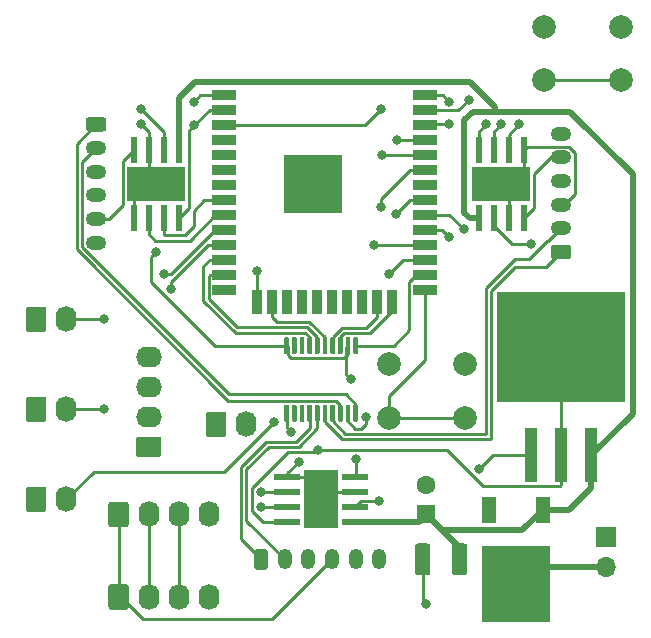
<source format=gbr>
%TF.GenerationSoftware,KiCad,Pcbnew,5.1.9+dfsg1-1*%
%TF.CreationDate,2021-08-08T23:21:56+02:00*%
%TF.ProjectId,holobot_esp32,686f6c6f-626f-4745-9f65-737033322e6b,rev?*%
%TF.SameCoordinates,Original*%
%TF.FileFunction,Copper,L1,Top*%
%TF.FilePolarity,Positive*%
%FSLAX46Y46*%
G04 Gerber Fmt 4.6, Leading zero omitted, Abs format (unit mm)*
G04 Created by KiCad (PCBNEW 5.1.9+dfsg1-1) date 2021-08-08 23:21:56*
%MOMM*%
%LPD*%
G01*
G04 APERTURE LIST*
%TA.AperFunction,SMDPad,CuDef*%
%ADD10R,1.200000X2.200000*%
%TD*%
%TA.AperFunction,SMDPad,CuDef*%
%ADD11R,5.800000X6.400000*%
%TD*%
%TA.AperFunction,ComponentPad*%
%ADD12O,1.740000X2.190000*%
%TD*%
%TA.AperFunction,ComponentPad*%
%ADD13O,2.190000X1.740000*%
%TD*%
%TA.AperFunction,ComponentPad*%
%ADD14R,1.700000X1.700000*%
%TD*%
%TA.AperFunction,ComponentPad*%
%ADD15O,1.700000X1.700000*%
%TD*%
%TA.AperFunction,ComponentPad*%
%ADD16O,1.750000X1.200000*%
%TD*%
%TA.AperFunction,ComponentPad*%
%ADD17O,1.200000X1.750000*%
%TD*%
%TA.AperFunction,ComponentPad*%
%ADD18C,2.000000*%
%TD*%
%TA.AperFunction,SMDPad,CuDef*%
%ADD19R,5.000000X5.000000*%
%TD*%
%TA.AperFunction,SMDPad,CuDef*%
%ADD20R,2.000000X0.900000*%
%TD*%
%TA.AperFunction,SMDPad,CuDef*%
%ADD21R,0.900000X2.000000*%
%TD*%
%TA.AperFunction,SMDPad,CuDef*%
%ADD22R,1.100000X4.600000*%
%TD*%
%TA.AperFunction,SMDPad,CuDef*%
%ADD23R,10.800000X9.400000*%
%TD*%
%TA.AperFunction,SMDPad,CuDef*%
%ADD24R,0.500000X2.200000*%
%TD*%
%TA.AperFunction,SMDPad,CuDef*%
%ADD25R,4.900000X2.950000*%
%TD*%
%TA.AperFunction,ComponentPad*%
%ADD26C,0.630000*%
%TD*%
%TA.AperFunction,SMDPad,CuDef*%
%ADD27R,2.200000X0.500000*%
%TD*%
%TA.AperFunction,SMDPad,CuDef*%
%ADD28R,2.950000X4.900000*%
%TD*%
%TA.AperFunction,ComponentPad*%
%ADD29R,1.600000X1.600000*%
%TD*%
%TA.AperFunction,ComponentPad*%
%ADD30C,1.600000*%
%TD*%
%TA.AperFunction,ViaPad*%
%ADD31C,0.800000*%
%TD*%
%TA.AperFunction,Conductor*%
%ADD32C,0.500000*%
%TD*%
%TA.AperFunction,Conductor*%
%ADD33C,0.250000*%
%TD*%
G04 APERTURE END LIST*
D10*
%TO.P,D1,1*%
%TO.N,+12V*%
X133090000Y-113910000D03*
%TO.P,D1,3*%
%TO.N,N/C*%
X128530000Y-113910000D03*
D11*
%TO.P,D1,2*%
%TO.N,Net-(D1-Pad2)*%
X130810000Y-120210000D03*
%TD*%
D12*
%TO.P,I2C,4*%
%TO.N,GND*%
X104775000Y-121285000D03*
%TO.P,I2C,3*%
%TO.N,/I2C_SCL*%
X102235000Y-121285000D03*
%TO.P,I2C,2*%
%TO.N,/I2C_SDA*%
X99695000Y-121285000D03*
%TO.P,I2C,1*%
%TO.N,+5V*%
%TA.AperFunction,ComponentPad*%
G36*
G01*
X96285000Y-122130001D02*
X96285000Y-120439999D01*
G75*
G02*
X96534999Y-120190000I249999J0D01*
G01*
X97775001Y-120190000D01*
G75*
G02*
X98025000Y-120439999I0J-249999D01*
G01*
X98025000Y-122130001D01*
G75*
G02*
X97775001Y-122380000I-249999J0D01*
G01*
X96534999Y-122380000D01*
G75*
G02*
X96285000Y-122130001I0J249999D01*
G01*
G37*
%TD.AperFunction*%
%TD*%
%TO.P,I2C,1*%
%TO.N,+5V*%
%TA.AperFunction,ComponentPad*%
G36*
G01*
X96285000Y-115145001D02*
X96285000Y-113454999D01*
G75*
G02*
X96534999Y-113205000I249999J0D01*
G01*
X97775001Y-113205000D01*
G75*
G02*
X98025000Y-113454999I0J-249999D01*
G01*
X98025000Y-115145001D01*
G75*
G02*
X97775001Y-115395000I-249999J0D01*
G01*
X96534999Y-115395000D01*
G75*
G02*
X96285000Y-115145001I0J249999D01*
G01*
G37*
%TD.AperFunction*%
%TO.P,I2C,2*%
%TO.N,/I2C_SDA*%
X99695000Y-114300000D03*
%TO.P,I2C,3*%
%TO.N,/I2C_SCL*%
X102235000Y-114300000D03*
%TO.P,I2C,4*%
%TO.N,GND*%
X104775000Y-114300000D03*
%TD*%
%TO.P,UART,1*%
%TO.N,Net-(J3-Pad1)*%
%TA.AperFunction,ComponentPad*%
G36*
G01*
X100540001Y-109455000D02*
X98849999Y-109455000D01*
G75*
G02*
X98600000Y-109205001I0J249999D01*
G01*
X98600000Y-107964999D01*
G75*
G02*
X98849999Y-107715000I249999J0D01*
G01*
X100540001Y-107715000D01*
G75*
G02*
X100790000Y-107964999I0J-249999D01*
G01*
X100790000Y-109205001D01*
G75*
G02*
X100540001Y-109455000I-249999J0D01*
G01*
G37*
%TD.AperFunction*%
D13*
%TO.P,UART,2*%
%TO.N,/UART_TX*%
X99695000Y-106045000D03*
%TO.P,UART,3*%
%TO.N,/UART_RX*%
X99695000Y-103505000D03*
%TO.P,UART,4*%
%TO.N,GND*%
X99695000Y-100965000D03*
%TD*%
D12*
%TO.P,GPIO1,2*%
%TO.N,/GPIO1*%
X92710000Y-97790000D03*
%TO.P,GPIO1,1*%
%TO.N,GND*%
%TA.AperFunction,ComponentPad*%
G36*
G01*
X89300000Y-98635001D02*
X89300000Y-96944999D01*
G75*
G02*
X89549999Y-96695000I249999J0D01*
G01*
X90790001Y-96695000D01*
G75*
G02*
X91040000Y-96944999I0J-249999D01*
G01*
X91040000Y-98635001D01*
G75*
G02*
X90790001Y-98885000I-249999J0D01*
G01*
X89549999Y-98885000D01*
G75*
G02*
X89300000Y-98635001I0J249999D01*
G01*
G37*
%TD.AperFunction*%
%TD*%
%TO.P,GPIO3,2*%
%TO.N,/GPIO3*%
X92710000Y-113030000D03*
%TO.P,GPIO3,1*%
%TO.N,GND*%
%TA.AperFunction,ComponentPad*%
G36*
G01*
X89300000Y-113875001D02*
X89300000Y-112184999D01*
G75*
G02*
X89549999Y-111935000I249999J0D01*
G01*
X90790001Y-111935000D01*
G75*
G02*
X91040000Y-112184999I0J-249999D01*
G01*
X91040000Y-113875001D01*
G75*
G02*
X90790001Y-114125000I-249999J0D01*
G01*
X89549999Y-114125000D01*
G75*
G02*
X89300000Y-113875001I0J249999D01*
G01*
G37*
%TD.AperFunction*%
%TD*%
D14*
%TO.P,POWER,1*%
%TO.N,GND*%
X138430000Y-116205000D03*
D15*
%TO.P,POWER,2*%
%TO.N,Net-(D1-Pad2)*%
X138430000Y-118745000D03*
%TD*%
%TO.P,GPIO2,1*%
%TO.N,GND*%
%TA.AperFunction,ComponentPad*%
G36*
G01*
X89300000Y-106255001D02*
X89300000Y-104564999D01*
G75*
G02*
X89549999Y-104315000I249999J0D01*
G01*
X90790001Y-104315000D01*
G75*
G02*
X91040000Y-104564999I0J-249999D01*
G01*
X91040000Y-106255001D01*
G75*
G02*
X90790001Y-106505000I-249999J0D01*
G01*
X89549999Y-106505000D01*
G75*
G02*
X89300000Y-106255001I0J249999D01*
G01*
G37*
%TD.AperFunction*%
D12*
%TO.P,GPIO2,2*%
%TO.N,/GPIO2*%
X92710000Y-105410000D03*
%TD*%
%TO.P,GPIO 4,1*%
%TO.N,GND*%
%TA.AperFunction,ComponentPad*%
G36*
G01*
X104540000Y-107525001D02*
X104540000Y-105834999D01*
G75*
G02*
X104789999Y-105585000I249999J0D01*
G01*
X106030001Y-105585000D01*
G75*
G02*
X106280000Y-105834999I0J-249999D01*
G01*
X106280000Y-107525001D01*
G75*
G02*
X106030001Y-107775000I-249999J0D01*
G01*
X104789999Y-107775000D01*
G75*
G02*
X104540000Y-107525001I0J249999D01*
G01*
G37*
%TD.AperFunction*%
%TO.P,GPIO 4,2*%
%TO.N,/GPIO4*%
X107950000Y-106680000D03*
%TD*%
%TO.P,MOTOR 1,1*%
%TO.N,Net-(J9-Pad1)*%
%TA.AperFunction,ComponentPad*%
G36*
G01*
X94624999Y-80680000D02*
X95875001Y-80680000D01*
G75*
G02*
X96125000Y-80929999I0J-249999D01*
G01*
X96125000Y-81630001D01*
G75*
G02*
X95875001Y-81880000I-249999J0D01*
G01*
X94624999Y-81880000D01*
G75*
G02*
X94375000Y-81630001I0J249999D01*
G01*
X94375000Y-80929999D01*
G75*
G02*
X94624999Y-80680000I249999J0D01*
G01*
G37*
%TD.AperFunction*%
D16*
%TO.P,MOTOR 1,2*%
%TO.N,Net-(J9-Pad2)*%
X95250000Y-83280000D03*
%TO.P,MOTOR 1,3*%
%TO.N,GND*%
X95250000Y-85280000D03*
%TO.P,MOTOR 1,4*%
%TO.N,+5V*%
X95250000Y-87280000D03*
%TO.P,MOTOR 1,5*%
%TO.N,Net-(J9-Pad5)*%
X95250000Y-89280000D03*
%TO.P,MOTOR 1,6*%
%TO.N,Net-(J9-Pad6)*%
X95250000Y-91280000D03*
%TD*%
%TO.P,MOTOR 3,6*%
%TO.N,Net-(J10-Pad6)*%
X134620000Y-82075000D03*
%TO.P,MOTOR 3,5*%
%TO.N,Net-(J10-Pad5)*%
X134620000Y-84075000D03*
%TO.P,MOTOR 3,4*%
%TO.N,+5V*%
X134620000Y-86075000D03*
%TO.P,MOTOR 3,3*%
%TO.N,GND*%
X134620000Y-88075000D03*
%TO.P,MOTOR 3,2*%
%TO.N,Net-(J10-Pad2)*%
X134620000Y-90075000D03*
%TO.P,MOTOR 3,1*%
%TO.N,Net-(J10-Pad1)*%
%TA.AperFunction,ComponentPad*%
G36*
G01*
X135245001Y-92675000D02*
X133994999Y-92675000D01*
G75*
G02*
X133745000Y-92425001I0J249999D01*
G01*
X133745000Y-91724999D01*
G75*
G02*
X133994999Y-91475000I249999J0D01*
G01*
X135245001Y-91475000D01*
G75*
G02*
X135495000Y-91724999I0J-249999D01*
G01*
X135495000Y-92425001D01*
G75*
G02*
X135245001Y-92675000I-249999J0D01*
G01*
G37*
%TD.AperFunction*%
%TD*%
%TO.P,MOTOR2,1*%
%TO.N,Net-(J11-Pad1)*%
%TA.AperFunction,ComponentPad*%
G36*
G01*
X108620000Y-118735001D02*
X108620000Y-117484999D01*
G75*
G02*
X108869999Y-117235000I249999J0D01*
G01*
X109570001Y-117235000D01*
G75*
G02*
X109820000Y-117484999I0J-249999D01*
G01*
X109820000Y-118735001D01*
G75*
G02*
X109570001Y-118985000I-249999J0D01*
G01*
X108869999Y-118985000D01*
G75*
G02*
X108620000Y-118735001I0J249999D01*
G01*
G37*
%TD.AperFunction*%
D17*
%TO.P,MOTOR2,2*%
%TO.N,Net-(J11-Pad2)*%
X111220000Y-118110000D03*
%TO.P,MOTOR2,3*%
%TO.N,GND*%
X113220000Y-118110000D03*
%TO.P,MOTOR2,4*%
%TO.N,+5V*%
X115220000Y-118110000D03*
%TO.P,MOTOR2,5*%
%TO.N,Net-(J11-Pad5)*%
X117220000Y-118110000D03*
%TO.P,MOTOR2,6*%
%TO.N,Net-(J11-Pad6)*%
X119220000Y-118110000D03*
%TD*%
D18*
%TO.P,RESET,1*%
%TO.N,GND*%
X139700000Y-73025000D03*
%TO.P,RESET,2*%
%TO.N,Net-(R1-Pad2)*%
X139700000Y-77525000D03*
%TO.P,RESET,1*%
%TO.N,GND*%
X133200000Y-73025000D03*
%TO.P,RESET,2*%
%TO.N,Net-(R1-Pad2)*%
X133200000Y-77525000D03*
%TD*%
%TO.P,BOOT,2*%
%TO.N,Net-(SW2-Pad2)*%
X120015000Y-106100000D03*
%TO.P,BOOT,1*%
%TO.N,GND*%
X120015000Y-101600000D03*
%TO.P,BOOT,2*%
%TO.N,Net-(SW2-Pad2)*%
X126515000Y-106100000D03*
%TO.P,BOOT,1*%
%TO.N,GND*%
X126515000Y-101600000D03*
%TD*%
D19*
%TO.P,U1,39*%
%TO.N,GND*%
X113605001Y-86310001D03*
D20*
%TO.P,U1,1*%
X106105001Y-78810001D03*
%TO.P,U1,2*%
%TO.N,+3V3*%
X106105001Y-80080001D03*
%TO.P,U1,3*%
%TO.N,Net-(R1-Pad2)*%
X106105001Y-81350001D03*
%TO.P,U1,4*%
%TO.N,Net-(U1-Pad4)*%
X106105001Y-82620001D03*
%TO.P,U1,5*%
%TO.N,Net-(U1-Pad5)*%
X106105001Y-83890001D03*
%TO.P,U1,6*%
%TO.N,Net-(U1-Pad6)*%
X106105001Y-85160001D03*
%TO.P,U1,7*%
%TO.N,Net-(U1-Pad7)*%
X106105001Y-86430001D03*
%TO.P,U1,8*%
%TO.N,/DRV1A*%
X106105001Y-87700001D03*
%TO.P,U1,9*%
%TO.N,/DRV1B*%
X106105001Y-88970001D03*
%TO.P,U1,10*%
%TO.N,/GPIO1*%
X106105001Y-90240001D03*
%TO.P,U1,11*%
%TO.N,/GPIO2*%
X106105001Y-91510001D03*
%TO.P,U1,12*%
%TO.N,/SENSE3B*%
X106105001Y-92780001D03*
%TO.P,U1,13*%
%TO.N,/SENSE3A*%
X106105001Y-94050001D03*
%TO.P,U1,14*%
%TO.N,Net-(U1-Pad14)*%
X106105001Y-95320001D03*
D21*
%TO.P,U1,15*%
%TO.N,GND*%
X108890001Y-96320001D03*
%TO.P,U1,16*%
%TO.N,/SENSE2B*%
X110160001Y-96320001D03*
%TO.P,U1,17*%
%TO.N,Net-(U1-Pad17)*%
X111430001Y-96320001D03*
%TO.P,U1,18*%
%TO.N,Net-(U1-Pad18)*%
X112700001Y-96320001D03*
%TO.P,U1,19*%
%TO.N,Net-(U1-Pad19)*%
X113970001Y-96320001D03*
%TO.P,U1,20*%
%TO.N,Net-(U1-Pad20)*%
X115240001Y-96320001D03*
%TO.P,U1,21*%
%TO.N,Net-(U1-Pad21)*%
X116510001Y-96320001D03*
%TO.P,U1,22*%
%TO.N,Net-(U1-Pad22)*%
X117780001Y-96320001D03*
%TO.P,U1,23*%
%TO.N,/SENSE2A*%
X119050001Y-96320001D03*
%TO.P,U1,24*%
%TO.N,/SENSE1B*%
X120320001Y-96320001D03*
D20*
%TO.P,U1,25*%
%TO.N,Net-(SW2-Pad2)*%
X123105001Y-95320001D03*
%TO.P,U1,26*%
%TO.N,/SENSE1A*%
X123105001Y-94050001D03*
%TO.P,U1,27*%
%TO.N,/GPIO3*%
X123105001Y-92780001D03*
%TO.P,U1,28*%
%TO.N,/GPIO4*%
X123105001Y-91510001D03*
%TO.P,U1,29*%
%TO.N,/DRV2A*%
X123105001Y-90240001D03*
%TO.P,U1,30*%
%TO.N,/DRV2B*%
X123105001Y-88970001D03*
%TO.P,U1,31*%
%TO.N,/I2C_SDA*%
X123105001Y-87700001D03*
%TO.P,U1,32*%
%TO.N,Net-(U1-Pad32)*%
X123105001Y-86430001D03*
%TO.P,U1,33*%
%TO.N,/I2C_SCL*%
X123105001Y-85160001D03*
%TO.P,U1,34*%
%TO.N,/UART_RX*%
X123105001Y-83890001D03*
%TO.P,U1,35*%
%TO.N,/UART_TX*%
X123105001Y-82620001D03*
%TO.P,U1,36*%
%TO.N,/DRV3A*%
X123105001Y-81350001D03*
%TO.P,U1,37*%
%TO.N,/DRV3B*%
X123105001Y-80080001D03*
%TO.P,U1,38*%
%TO.N,GND*%
X123105001Y-78810001D03*
%TD*%
D22*
%TO.P,U2,1*%
%TO.N,GND*%
X132080000Y-109280000D03*
%TO.P,U2,2*%
%TO.N,+3V3*%
X134620000Y-109280000D03*
%TO.P,U2,3*%
%TO.N,+12V*%
X137160000Y-109280000D03*
D23*
%TO.P,U2,2*%
%TO.N,+3V3*%
X134620000Y-100130000D03*
%TD*%
%TO.P,U3,1*%
%TO.N,/SENSE1A*%
%TA.AperFunction,SMDPad,CuDef*%
G36*
G01*
X117125000Y-99270000D02*
X117325000Y-99270000D01*
G75*
G02*
X117425000Y-99370000I0J-100000D01*
G01*
X117425000Y-100645000D01*
G75*
G02*
X117325000Y-100745000I-100000J0D01*
G01*
X117125000Y-100745000D01*
G75*
G02*
X117025000Y-100645000I0J100000D01*
G01*
X117025000Y-99370000D01*
G75*
G02*
X117125000Y-99270000I100000J0D01*
G01*
G37*
%TD.AperFunction*%
%TO.P,U3,2*%
%TO.N,+3V3*%
%TA.AperFunction,SMDPad,CuDef*%
G36*
G01*
X116475000Y-99270000D02*
X116675000Y-99270000D01*
G75*
G02*
X116775000Y-99370000I0J-100000D01*
G01*
X116775000Y-100645000D01*
G75*
G02*
X116675000Y-100745000I-100000J0D01*
G01*
X116475000Y-100745000D01*
G75*
G02*
X116375000Y-100645000I0J100000D01*
G01*
X116375000Y-99370000D01*
G75*
G02*
X116475000Y-99270000I100000J0D01*
G01*
G37*
%TD.AperFunction*%
%TO.P,U3,3*%
%TO.N,/SENSE1B*%
%TA.AperFunction,SMDPad,CuDef*%
G36*
G01*
X115825000Y-99270000D02*
X116025000Y-99270000D01*
G75*
G02*
X116125000Y-99370000I0J-100000D01*
G01*
X116125000Y-100645000D01*
G75*
G02*
X116025000Y-100745000I-100000J0D01*
G01*
X115825000Y-100745000D01*
G75*
G02*
X115725000Y-100645000I0J100000D01*
G01*
X115725000Y-99370000D01*
G75*
G02*
X115825000Y-99270000I100000J0D01*
G01*
G37*
%TD.AperFunction*%
%TO.P,U3,4*%
%TO.N,/SENSE2A*%
%TA.AperFunction,SMDPad,CuDef*%
G36*
G01*
X115175000Y-99270000D02*
X115375000Y-99270000D01*
G75*
G02*
X115475000Y-99370000I0J-100000D01*
G01*
X115475000Y-100645000D01*
G75*
G02*
X115375000Y-100745000I-100000J0D01*
G01*
X115175000Y-100745000D01*
G75*
G02*
X115075000Y-100645000I0J100000D01*
G01*
X115075000Y-99370000D01*
G75*
G02*
X115175000Y-99270000I100000J0D01*
G01*
G37*
%TD.AperFunction*%
%TO.P,U3,5*%
%TO.N,/SENSE2B*%
%TA.AperFunction,SMDPad,CuDef*%
G36*
G01*
X114525000Y-99270000D02*
X114725000Y-99270000D01*
G75*
G02*
X114825000Y-99370000I0J-100000D01*
G01*
X114825000Y-100645000D01*
G75*
G02*
X114725000Y-100745000I-100000J0D01*
G01*
X114525000Y-100745000D01*
G75*
G02*
X114425000Y-100645000I0J100000D01*
G01*
X114425000Y-99370000D01*
G75*
G02*
X114525000Y-99270000I100000J0D01*
G01*
G37*
%TD.AperFunction*%
%TO.P,U3,6*%
%TO.N,/SENSE3A*%
%TA.AperFunction,SMDPad,CuDef*%
G36*
G01*
X113875000Y-99270000D02*
X114075000Y-99270000D01*
G75*
G02*
X114175000Y-99370000I0J-100000D01*
G01*
X114175000Y-100645000D01*
G75*
G02*
X114075000Y-100745000I-100000J0D01*
G01*
X113875000Y-100745000D01*
G75*
G02*
X113775000Y-100645000I0J100000D01*
G01*
X113775000Y-99370000D01*
G75*
G02*
X113875000Y-99270000I100000J0D01*
G01*
G37*
%TD.AperFunction*%
%TO.P,U3,7*%
%TO.N,/SENSE3B*%
%TA.AperFunction,SMDPad,CuDef*%
G36*
G01*
X113225000Y-99270000D02*
X113425000Y-99270000D01*
G75*
G02*
X113525000Y-99370000I0J-100000D01*
G01*
X113525000Y-100645000D01*
G75*
G02*
X113425000Y-100745000I-100000J0D01*
G01*
X113225000Y-100745000D01*
G75*
G02*
X113125000Y-100645000I0J100000D01*
G01*
X113125000Y-99370000D01*
G75*
G02*
X113225000Y-99270000I100000J0D01*
G01*
G37*
%TD.AperFunction*%
%TO.P,U3,8*%
%TO.N,Net-(U3-Pad8)*%
%TA.AperFunction,SMDPad,CuDef*%
G36*
G01*
X112575000Y-99270000D02*
X112775000Y-99270000D01*
G75*
G02*
X112875000Y-99370000I0J-100000D01*
G01*
X112875000Y-100645000D01*
G75*
G02*
X112775000Y-100745000I-100000J0D01*
G01*
X112575000Y-100745000D01*
G75*
G02*
X112475000Y-100645000I0J100000D01*
G01*
X112475000Y-99370000D01*
G75*
G02*
X112575000Y-99270000I100000J0D01*
G01*
G37*
%TD.AperFunction*%
%TO.P,U3,9*%
%TO.N,Net-(U3-Pad9)*%
%TA.AperFunction,SMDPad,CuDef*%
G36*
G01*
X111925000Y-99270000D02*
X112125000Y-99270000D01*
G75*
G02*
X112225000Y-99370000I0J-100000D01*
G01*
X112225000Y-100645000D01*
G75*
G02*
X112125000Y-100745000I-100000J0D01*
G01*
X111925000Y-100745000D01*
G75*
G02*
X111825000Y-100645000I0J100000D01*
G01*
X111825000Y-99370000D01*
G75*
G02*
X111925000Y-99270000I100000J0D01*
G01*
G37*
%TD.AperFunction*%
%TO.P,U3,10*%
%TO.N,+3V3*%
%TA.AperFunction,SMDPad,CuDef*%
G36*
G01*
X111275000Y-99270000D02*
X111475000Y-99270000D01*
G75*
G02*
X111575000Y-99370000I0J-100000D01*
G01*
X111575000Y-100645000D01*
G75*
G02*
X111475000Y-100745000I-100000J0D01*
G01*
X111275000Y-100745000D01*
G75*
G02*
X111175000Y-100645000I0J100000D01*
G01*
X111175000Y-99370000D01*
G75*
G02*
X111275000Y-99270000I100000J0D01*
G01*
G37*
%TD.AperFunction*%
%TO.P,U3,11*%
%TO.N,GND*%
%TA.AperFunction,SMDPad,CuDef*%
G36*
G01*
X111275000Y-104995000D02*
X111475000Y-104995000D01*
G75*
G02*
X111575000Y-105095000I0J-100000D01*
G01*
X111575000Y-106370000D01*
G75*
G02*
X111475000Y-106470000I-100000J0D01*
G01*
X111275000Y-106470000D01*
G75*
G02*
X111175000Y-106370000I0J100000D01*
G01*
X111175000Y-105095000D01*
G75*
G02*
X111275000Y-104995000I100000J0D01*
G01*
G37*
%TD.AperFunction*%
%TO.P,U3,12*%
%TO.N,Net-(U3-Pad12)*%
%TA.AperFunction,SMDPad,CuDef*%
G36*
G01*
X111925000Y-104995000D02*
X112125000Y-104995000D01*
G75*
G02*
X112225000Y-105095000I0J-100000D01*
G01*
X112225000Y-106370000D01*
G75*
G02*
X112125000Y-106470000I-100000J0D01*
G01*
X111925000Y-106470000D01*
G75*
G02*
X111825000Y-106370000I0J100000D01*
G01*
X111825000Y-105095000D01*
G75*
G02*
X111925000Y-104995000I100000J0D01*
G01*
G37*
%TD.AperFunction*%
%TO.P,U3,13*%
%TO.N,Net-(U3-Pad13)*%
%TA.AperFunction,SMDPad,CuDef*%
G36*
G01*
X112575000Y-104995000D02*
X112775000Y-104995000D01*
G75*
G02*
X112875000Y-105095000I0J-100000D01*
G01*
X112875000Y-106370000D01*
G75*
G02*
X112775000Y-106470000I-100000J0D01*
G01*
X112575000Y-106470000D01*
G75*
G02*
X112475000Y-106370000I0J100000D01*
G01*
X112475000Y-105095000D01*
G75*
G02*
X112575000Y-104995000I100000J0D01*
G01*
G37*
%TD.AperFunction*%
%TO.P,U3,14*%
%TO.N,Net-(J11-Pad1)*%
%TA.AperFunction,SMDPad,CuDef*%
G36*
G01*
X113225000Y-104995000D02*
X113425000Y-104995000D01*
G75*
G02*
X113525000Y-105095000I0J-100000D01*
G01*
X113525000Y-106370000D01*
G75*
G02*
X113425000Y-106470000I-100000J0D01*
G01*
X113225000Y-106470000D01*
G75*
G02*
X113125000Y-106370000I0J100000D01*
G01*
X113125000Y-105095000D01*
G75*
G02*
X113225000Y-104995000I100000J0D01*
G01*
G37*
%TD.AperFunction*%
%TO.P,U3,15*%
%TO.N,Net-(J11-Pad2)*%
%TA.AperFunction,SMDPad,CuDef*%
G36*
G01*
X113875000Y-104995000D02*
X114075000Y-104995000D01*
G75*
G02*
X114175000Y-105095000I0J-100000D01*
G01*
X114175000Y-106370000D01*
G75*
G02*
X114075000Y-106470000I-100000J0D01*
G01*
X113875000Y-106470000D01*
G75*
G02*
X113775000Y-106370000I0J100000D01*
G01*
X113775000Y-105095000D01*
G75*
G02*
X113875000Y-104995000I100000J0D01*
G01*
G37*
%TD.AperFunction*%
%TO.P,U3,16*%
%TO.N,Net-(J10-Pad1)*%
%TA.AperFunction,SMDPad,CuDef*%
G36*
G01*
X114525000Y-104995000D02*
X114725000Y-104995000D01*
G75*
G02*
X114825000Y-105095000I0J-100000D01*
G01*
X114825000Y-106370000D01*
G75*
G02*
X114725000Y-106470000I-100000J0D01*
G01*
X114525000Y-106470000D01*
G75*
G02*
X114425000Y-106370000I0J100000D01*
G01*
X114425000Y-105095000D01*
G75*
G02*
X114525000Y-104995000I100000J0D01*
G01*
G37*
%TD.AperFunction*%
%TO.P,U3,17*%
%TO.N,Net-(J10-Pad2)*%
%TA.AperFunction,SMDPad,CuDef*%
G36*
G01*
X115175000Y-104995000D02*
X115375000Y-104995000D01*
G75*
G02*
X115475000Y-105095000I0J-100000D01*
G01*
X115475000Y-106370000D01*
G75*
G02*
X115375000Y-106470000I-100000J0D01*
G01*
X115175000Y-106470000D01*
G75*
G02*
X115075000Y-106370000I0J100000D01*
G01*
X115075000Y-105095000D01*
G75*
G02*
X115175000Y-104995000I100000J0D01*
G01*
G37*
%TD.AperFunction*%
%TO.P,U3,18*%
%TO.N,Net-(J9-Pad1)*%
%TA.AperFunction,SMDPad,CuDef*%
G36*
G01*
X115825000Y-104995000D02*
X116025000Y-104995000D01*
G75*
G02*
X116125000Y-105095000I0J-100000D01*
G01*
X116125000Y-106370000D01*
G75*
G02*
X116025000Y-106470000I-100000J0D01*
G01*
X115825000Y-106470000D01*
G75*
G02*
X115725000Y-106370000I0J100000D01*
G01*
X115725000Y-105095000D01*
G75*
G02*
X115825000Y-104995000I100000J0D01*
G01*
G37*
%TD.AperFunction*%
%TO.P,U3,19*%
%TO.N,+5V*%
%TA.AperFunction,SMDPad,CuDef*%
G36*
G01*
X116475000Y-104995000D02*
X116675000Y-104995000D01*
G75*
G02*
X116775000Y-105095000I0J-100000D01*
G01*
X116775000Y-106370000D01*
G75*
G02*
X116675000Y-106470000I-100000J0D01*
G01*
X116475000Y-106470000D01*
G75*
G02*
X116375000Y-106370000I0J100000D01*
G01*
X116375000Y-105095000D01*
G75*
G02*
X116475000Y-104995000I100000J0D01*
G01*
G37*
%TD.AperFunction*%
%TO.P,U3,20*%
%TO.N,Net-(J9-Pad2)*%
%TA.AperFunction,SMDPad,CuDef*%
G36*
G01*
X117125000Y-104995000D02*
X117325000Y-104995000D01*
G75*
G02*
X117425000Y-105095000I0J-100000D01*
G01*
X117425000Y-106370000D01*
G75*
G02*
X117325000Y-106470000I-100000J0D01*
G01*
X117125000Y-106470000D01*
G75*
G02*
X117025000Y-106370000I0J100000D01*
G01*
X117025000Y-105095000D01*
G75*
G02*
X117125000Y-104995000I100000J0D01*
G01*
G37*
%TD.AperFunction*%
%TD*%
D24*
%TO.P,U4,1*%
%TO.N,GND*%
X98425000Y-89235000D03*
%TO.P,U4,2*%
%TO.N,/DRV1B*%
X99695000Y-89235000D03*
%TO.P,U4,3*%
%TO.N,/DRV1A*%
X100965000Y-89235000D03*
%TO.P,U4,4*%
%TO.N,+3V3*%
X102235000Y-89235000D03*
%TO.P,U4,5*%
%TO.N,+12V*%
X102235000Y-83485000D03*
%TO.P,U4,6*%
%TO.N,Net-(J9-Pad6)*%
X100965000Y-83485000D03*
%TO.P,U4,7*%
%TO.N,GND*%
X99695000Y-83485000D03*
%TO.P,U4,8*%
%TO.N,Net-(J9-Pad5)*%
X98425000Y-83485000D03*
D25*
%TO.P,U4,9*%
%TO.N,GND*%
X100330000Y-86360000D03*
D26*
X99030000Y-87010000D03*
X100330000Y-87010000D03*
X100330000Y-85710000D03*
X99030000Y-85710000D03*
X101630000Y-87010000D03*
X101630000Y-85710000D03*
%TD*%
%TO.P,U5,9*%
%TO.N,GND*%
X128240000Y-87010000D03*
X128240000Y-85710000D03*
X130840000Y-87010000D03*
X129540000Y-87010000D03*
X129540000Y-85710000D03*
X130840000Y-85710000D03*
D25*
X129540000Y-86360000D03*
D24*
%TO.P,U5,8*%
%TO.N,Net-(J10-Pad5)*%
X131445000Y-89235000D03*
%TO.P,U5,7*%
%TO.N,GND*%
X130175000Y-89235000D03*
%TO.P,U5,6*%
%TO.N,Net-(J10-Pad6)*%
X128905000Y-89235000D03*
%TO.P,U5,5*%
%TO.N,+12V*%
X127635000Y-89235000D03*
%TO.P,U5,4*%
%TO.N,+3V3*%
X127635000Y-83485000D03*
%TO.P,U5,3*%
%TO.N,/DRV2A*%
X128905000Y-83485000D03*
%TO.P,U5,2*%
%TO.N,/DRV2B*%
X130175000Y-83485000D03*
%TO.P,U5,1*%
%TO.N,GND*%
X131445000Y-83485000D03*
%TD*%
D27*
%TO.P,U6,1*%
%TO.N,GND*%
X111425000Y-111125000D03*
%TO.P,U6,2*%
%TO.N,/DRV3B*%
X111425000Y-112395000D03*
%TO.P,U6,3*%
%TO.N,/DRV3A*%
X111425000Y-113665000D03*
%TO.P,U6,4*%
%TO.N,+3V3*%
X111425000Y-114935000D03*
%TO.P,U6,5*%
%TO.N,+12V*%
X117175000Y-114935000D03*
%TO.P,U6,6*%
%TO.N,Net-(J11-Pad6)*%
X117175000Y-113665000D03*
%TO.P,U6,7*%
%TO.N,GND*%
X117175000Y-112395000D03*
%TO.P,U6,8*%
%TO.N,Net-(J11-Pad5)*%
X117175000Y-111125000D03*
D28*
%TO.P,U6,9*%
%TO.N,GND*%
X114300000Y-113030000D03*
D26*
X113650000Y-111730000D03*
X113650000Y-113030000D03*
X114950000Y-113030000D03*
X114950000Y-111730000D03*
X113650000Y-114330000D03*
X114950000Y-114330000D03*
%TD*%
D29*
%TO.P,C1,1*%
%TO.N,+12V*%
X123190000Y-114300000D03*
D30*
%TO.P,C1,2*%
%TO.N,GND*%
X123190000Y-111800000D03*
%TD*%
%TO.P,C2,1*%
%TO.N,+12V*%
%TA.AperFunction,SMDPad,CuDef*%
G36*
G01*
X126685000Y-117009999D02*
X126685000Y-119210001D01*
G75*
G02*
X126435001Y-119460000I-249999J0D01*
G01*
X125609999Y-119460000D01*
G75*
G02*
X125360000Y-119210001I0J249999D01*
G01*
X125360000Y-117009999D01*
G75*
G02*
X125609999Y-116760000I249999J0D01*
G01*
X126435001Y-116760000D01*
G75*
G02*
X126685000Y-117009999I0J-249999D01*
G01*
G37*
%TD.AperFunction*%
%TO.P,C2,2*%
%TO.N,GND*%
%TA.AperFunction,SMDPad,CuDef*%
G36*
G01*
X123560000Y-117009999D02*
X123560000Y-119210001D01*
G75*
G02*
X123310001Y-119460000I-249999J0D01*
G01*
X122484999Y-119460000D01*
G75*
G02*
X122235000Y-119210001I0J249999D01*
G01*
X122235000Y-117009999D01*
G75*
G02*
X122484999Y-116760000I249999J0D01*
G01*
X123310001Y-116760000D01*
G75*
G02*
X123560000Y-117009999I0J-249999D01*
G01*
G37*
%TD.AperFunction*%
%TD*%
D31*
%TO.N,GND*%
X112395000Y-85090000D03*
X113665000Y-85090000D03*
X114935000Y-85090000D03*
X114935000Y-87630000D03*
X113665000Y-87630000D03*
X112395000Y-87630000D03*
X112395000Y-86360000D03*
X114935000Y-86360000D03*
X113665000Y-86360000D03*
X99060000Y-81280000D03*
X103505000Y-79375000D03*
X108890001Y-93674999D03*
X127635000Y-110490000D03*
X112395000Y-109855000D03*
X125165001Y-79375000D03*
X111760000Y-107315000D03*
X123190000Y-121920000D03*
%TO.N,/I2C_SCL*%
X119380000Y-88265000D03*
%TO.N,/I2C_SDA*%
X120650000Y-88900000D03*
%TO.N,/DRV3A*%
X125095000Y-81280000D03*
%TO.N,+5V*%
X118109499Y-106044499D03*
%TO.N,/UART_TX*%
X120720001Y-82620001D03*
%TO.N,/UART_RX*%
X119450001Y-83890001D03*
%TO.N,/GPIO1*%
X95885000Y-97790000D03*
X100965000Y-93980000D03*
%TO.N,/GPIO3*%
X120015000Y-93980000D03*
X110320012Y-106459669D03*
%TO.N,/GPIO2*%
X95885000Y-105410000D03*
X101600002Y-95250000D03*
%TO.N,/GPIO4*%
X118815001Y-91510001D03*
%TO.N,Net-(J9-Pad6)*%
X99060000Y-80010000D03*
%TO.N,Net-(J10-Pad6)*%
X132080000Y-91440000D03*
%TO.N,Net-(J11-Pad5)*%
X117220000Y-109600000D03*
%TO.N,Net-(J11-Pad6)*%
X119220000Y-113190000D03*
%TO.N,+3V3*%
X103580001Y-81355001D03*
X100330000Y-92075000D03*
X128270000Y-81280000D03*
X114010001Y-108874999D03*
X116840000Y-102870000D03*
%TO.N,Net-(R1-Pad2)*%
X119380000Y-80010000D03*
%TO.N,/DRV3A*%
X109220000Y-113665000D03*
%TO.N,/DRV3B*%
X109220000Y-112395000D03*
X126834254Y-79184725D03*
%TO.N,/DRV2A*%
X129540000Y-81280000D03*
X125095000Y-90805000D03*
%TO.N,/DRV2B*%
X131030000Y-81280000D03*
X126365000Y-90170000D03*
%TD*%
D32*
%TO.N,+12V*%
X124550001Y-115660001D02*
X123190000Y-114300000D01*
X131339999Y-115660001D02*
X124550001Y-115660001D01*
X133090000Y-113910000D02*
X131339999Y-115660001D01*
X122555000Y-114935000D02*
X117175000Y-114935000D01*
X123190000Y-114300000D02*
X122555000Y-114935000D01*
X126022500Y-117132500D02*
X123190000Y-114300000D01*
X126022500Y-118110000D02*
X126022500Y-117132500D01*
X135330000Y-113910000D02*
X133090000Y-113910000D01*
X137160000Y-112080000D02*
X135330000Y-113910000D01*
X137160000Y-109280000D02*
X137160000Y-112080000D01*
X135412771Y-80189990D02*
X129010422Y-80189990D01*
X140670001Y-85447220D02*
X135412771Y-80189990D01*
X140670001Y-105769999D02*
X140670001Y-85447220D01*
X137160000Y-109280000D02*
X140670001Y-105769999D01*
X129010422Y-79832830D02*
X129010422Y-80189990D01*
X126887592Y-77710000D02*
X129010422Y-79832830D01*
X103607500Y-77710000D02*
X126887592Y-77710000D01*
X102235000Y-79082500D02*
X103607500Y-77710000D01*
X102235000Y-83485000D02*
X102235000Y-79082500D01*
X126885000Y-89235000D02*
X127635000Y-89235000D01*
X127137510Y-80189990D02*
X126439999Y-80887501D01*
X129010422Y-80189990D02*
X127137510Y-80189990D01*
X126439999Y-80887501D02*
X126439999Y-88789999D01*
X126439999Y-88789999D02*
X126885000Y-89235000D01*
%TO.N,Net-(D1-Pad2)*%
X131250000Y-120650000D02*
X130810000Y-120210000D01*
X132275000Y-118745000D02*
X130810000Y-120210000D01*
X138430000Y-118745000D02*
X132275000Y-118745000D01*
D33*
%TO.N,GND*%
X130175000Y-87645000D02*
X129540000Y-87010000D01*
X130175000Y-89235000D02*
X130175000Y-87645000D01*
X131445000Y-85105000D02*
X130840000Y-85710000D01*
X131445000Y-83485000D02*
X131445000Y-85105000D01*
X113045000Y-111125000D02*
X113650000Y-111730000D01*
X111425000Y-111125000D02*
X113045000Y-111125000D01*
X99695000Y-83485000D02*
X99695000Y-81915000D01*
X99695000Y-81915000D02*
X99060000Y-81280000D01*
X99060000Y-81280000D02*
X99060000Y-81280000D01*
X106105001Y-78810001D02*
X105339999Y-78810001D01*
X106105001Y-78810001D02*
X104069999Y-78810001D01*
X104069999Y-78810001D02*
X103505000Y-79375000D01*
X103505000Y-79375000D02*
X103505000Y-79375000D01*
X99695000Y-85725000D02*
X100330000Y-86360000D01*
X99695000Y-83485000D02*
X99695000Y-85725000D01*
X98425000Y-87615000D02*
X99030000Y-87010000D01*
X98425000Y-89235000D02*
X98425000Y-87615000D01*
X131780010Y-83149990D02*
X131445000Y-83485000D01*
X135820010Y-83691849D02*
X135278151Y-83149990D01*
X135820010Y-87149990D02*
X135820010Y-83691849D01*
X134895000Y-88075000D02*
X135820010Y-87149990D01*
X135278151Y-83149990D02*
X131780010Y-83149990D01*
X134620000Y-88075000D02*
X134895000Y-88075000D01*
X108890001Y-96320001D02*
X108890001Y-93674999D01*
X108890001Y-93674999D02*
X108890001Y-93674999D01*
X132080000Y-109280000D02*
X128845000Y-109280000D01*
X128845000Y-109280000D02*
X127635000Y-110490000D01*
X127635000Y-110490000D02*
X127635000Y-110490000D01*
X114935000Y-112395000D02*
X114300000Y-113030000D01*
X117175000Y-112395000D02*
X114935000Y-112395000D01*
X111425000Y-111125000D02*
X111425000Y-110825000D01*
X111425000Y-110825000D02*
X112395000Y-109855000D01*
X112395000Y-109855000D02*
X112395000Y-109855000D01*
X124600002Y-78810001D02*
X125165001Y-79375000D01*
X123105001Y-78810001D02*
X124600002Y-78810001D01*
X111375000Y-105732500D02*
X111375000Y-106930000D01*
X111375000Y-106930000D02*
X111760000Y-107315000D01*
X111760000Y-107315000D02*
X111760000Y-107315000D01*
X122897500Y-118110000D02*
X122897500Y-121627500D01*
X122897500Y-121627500D02*
X123190000Y-121920000D01*
X123190000Y-121920000D02*
X123190000Y-121920000D01*
%TO.N,/I2C_SCL*%
X102235000Y-121085001D02*
X102235000Y-113665000D01*
X121855001Y-85160001D02*
X119380000Y-87635002D01*
X123105001Y-85160001D02*
X121855001Y-85160001D01*
X119380000Y-87635002D02*
X119380000Y-88265000D01*
X119380000Y-88265000D02*
X119380000Y-88265000D01*
%TO.N,/I2C_SDA*%
X99695000Y-121085001D02*
X99695000Y-113665000D01*
X123105001Y-87700001D02*
X121849999Y-87700001D01*
X121849999Y-87700001D02*
X120650000Y-88900000D01*
X120650000Y-88900000D02*
X120650000Y-88900000D01*
%TO.N,/DRV3A*%
X123175002Y-81280000D02*
X123105001Y-81350001D01*
X125095000Y-81280000D02*
X123175002Y-81280000D01*
%TO.N,+5V*%
X97155000Y-121085001D02*
X97155000Y-113665000D01*
X99259999Y-123190000D02*
X97155000Y-121085001D01*
X110140000Y-123190000D02*
X99259999Y-123190000D01*
X115220000Y-118110000D02*
X110140000Y-123190000D01*
X118109499Y-106610184D02*
X118109499Y-106044499D01*
X117669704Y-107049979D02*
X118109499Y-106610184D01*
X117203921Y-107049979D02*
X117669704Y-107049979D01*
X116575000Y-106421058D02*
X117203921Y-107049979D01*
X116575000Y-105732500D02*
X116575000Y-106421058D01*
%TO.N,/UART_TX*%
X123105001Y-82620001D02*
X120720001Y-82620001D01*
X120720001Y-82620001D02*
X120720001Y-82620001D01*
%TO.N,/UART_RX*%
X123105001Y-83890001D02*
X119450001Y-83890001D01*
X119450001Y-83890001D02*
X119450001Y-83890001D01*
%TO.N,/GPIO1*%
X92710000Y-97790000D02*
X95885000Y-97790000D01*
X95885000Y-97790000D02*
X95885000Y-97790000D01*
X105339999Y-90240001D02*
X106105001Y-90240001D01*
X101600000Y-93980000D02*
X105339999Y-90240001D01*
X100965000Y-93980000D02*
X101600000Y-93980000D01*
%TO.N,/GPIO3*%
X123105001Y-92780001D02*
X121214999Y-92780001D01*
X121214999Y-92780001D02*
X120015000Y-93980000D01*
X120015000Y-93980000D02*
X120015000Y-93980000D01*
X92710000Y-113030000D02*
X95065009Y-110674991D01*
X106104690Y-110674991D02*
X110320012Y-106459669D01*
X95065009Y-110674991D02*
X106104690Y-110674991D01*
%TO.N,/GPIO2*%
X92710000Y-105410000D02*
X95885000Y-105410000D01*
X95885000Y-105410000D02*
X95885000Y-105410000D01*
X104706409Y-91510001D02*
X101600002Y-94616408D01*
X106105001Y-91510001D02*
X104706409Y-91510001D01*
X101600002Y-94616408D02*
X101600002Y-95250000D01*
%TO.N,/GPIO4*%
X123105001Y-91510001D02*
X118815001Y-91510001D01*
%TO.N,Net-(J9-Pad1)*%
X115925000Y-104995000D02*
X115925000Y-105732500D01*
X115599990Y-104669990D02*
X115925000Y-104995000D01*
X106420419Y-104669990D02*
X115599990Y-104669990D01*
X93599981Y-91849552D02*
X106420419Y-104669990D01*
X93599981Y-82930019D02*
X93599981Y-91849552D01*
X95250000Y-81280000D02*
X93599981Y-82930019D01*
%TO.N,Net-(J9-Pad2)*%
X117225000Y-104995000D02*
X117225000Y-105732500D01*
X116370000Y-104140000D02*
X117225000Y-104995000D01*
X106526839Y-104140000D02*
X116370000Y-104140000D01*
X94049990Y-91663151D02*
X106526839Y-104140000D01*
X94049990Y-84480010D02*
X94049990Y-91663151D01*
X95250000Y-83280000D02*
X94049990Y-84480010D01*
%TO.N,Net-(J9-Pad5)*%
X97554999Y-84355001D02*
X98425000Y-83485000D01*
X96375000Y-89280000D02*
X97554999Y-88100001D01*
X97554999Y-88100001D02*
X97554999Y-84355001D01*
X95250000Y-89280000D02*
X96375000Y-89280000D01*
%TO.N,Net-(J9-Pad6)*%
X100965000Y-81915000D02*
X99060000Y-80010000D01*
X100965000Y-83485000D02*
X100965000Y-81915000D01*
%TO.N,Net-(J10-Pad6)*%
X128905000Y-89900002D02*
X128905000Y-89235000D01*
X130444998Y-91440000D02*
X128905000Y-89900002D01*
X132080000Y-91440000D02*
X130444998Y-91440000D01*
%TO.N,Net-(J10-Pad5)*%
X133730000Y-84075000D02*
X134620000Y-84075000D01*
X132315001Y-85489999D02*
X133730000Y-84075000D01*
X132315001Y-88364999D02*
X132315001Y-85489999D01*
X131445000Y-89235000D02*
X132315001Y-88364999D01*
%TO.N,Net-(J10-Pad2)*%
X115275000Y-106421058D02*
X115275000Y-105732500D01*
X128270000Y-95158587D02*
X128270000Y-107499989D01*
X131883002Y-92710000D02*
X130718588Y-92710000D01*
X133419990Y-91173012D02*
X131883002Y-92710000D01*
X133521988Y-91173012D02*
X133419990Y-91173012D01*
X134620000Y-90075000D02*
X133521988Y-91173012D01*
X130718588Y-92710000D02*
X128270000Y-95158587D01*
X116353931Y-107499989D02*
X115275000Y-106421058D01*
X128270000Y-107499989D02*
X116353931Y-107499989D01*
%TO.N,Net-(J10-Pad1)*%
X133350000Y-93345000D02*
X134620000Y-92075000D01*
X130719998Y-93345000D02*
X133350000Y-93345000D01*
X128720011Y-95344987D02*
X130719998Y-93345000D01*
X128720010Y-107934992D02*
X128720011Y-95344987D01*
X116105000Y-107950000D02*
X128705002Y-107950000D01*
X128705002Y-107950000D02*
X128720010Y-107934992D01*
X114625000Y-106470000D02*
X116105000Y-107950000D01*
X114625000Y-105732500D02*
X114625000Y-106470000D01*
%TO.N,Net-(J11-Pad1)*%
X109220000Y-118110000D02*
X107499991Y-116389991D01*
X107499991Y-116389991D02*
X107499991Y-110305009D01*
X113325000Y-107018590D02*
X113325000Y-105732500D01*
X112208600Y-108134990D02*
X113325000Y-107018590D01*
X109670010Y-108134990D02*
X112208600Y-108134990D01*
X107499991Y-110305009D02*
X109670010Y-108134990D01*
%TO.N,Net-(J11-Pad2)*%
X109856410Y-108585000D02*
X107950002Y-110491408D01*
X113975000Y-105732500D02*
X113975000Y-107005000D01*
X107950002Y-110491408D02*
X107950002Y-114840002D01*
X107950002Y-114840002D02*
X111220000Y-118110000D01*
X112395000Y-108585000D02*
X109856410Y-108585000D01*
X113975000Y-107005000D02*
X112395000Y-108585000D01*
%TO.N,Net-(J11-Pad5)*%
X117840002Y-111125000D02*
X117175000Y-111125000D01*
X117220000Y-111080000D02*
X117175000Y-111125000D01*
X117220000Y-109600000D02*
X117220000Y-111080000D01*
%TO.N,Net-(J11-Pad6)*%
X117840002Y-113665000D02*
X117175000Y-113665000D01*
X117650000Y-113190000D02*
X117175000Y-113665000D01*
X119220000Y-113190000D02*
X117650000Y-113190000D01*
%TO.N,+3V3*%
X104855001Y-80080001D02*
X106105001Y-80080001D01*
X103105001Y-81830001D02*
X103580001Y-81355001D01*
X103105001Y-88364999D02*
X103105001Y-81830001D01*
X102235000Y-89235000D02*
X103105001Y-88364999D01*
X134620000Y-109280000D02*
X134620000Y-100130000D01*
X116575000Y-100696058D02*
X116575000Y-100007500D01*
X116201048Y-101070010D02*
X116575000Y-100696058D01*
X111748952Y-101070010D02*
X116201048Y-101070010D01*
X111499990Y-100821048D02*
X111748952Y-101070010D01*
X111499990Y-100069990D02*
X111499990Y-100821048D01*
X111437500Y-100007500D02*
X111499990Y-100069990D01*
X111375000Y-100007500D02*
X111437500Y-100007500D01*
X103580001Y-81355001D02*
X104855001Y-80080001D01*
X99930001Y-94653001D02*
X105284500Y-100007500D01*
X105284500Y-100007500D02*
X111375000Y-100007500D01*
X99930001Y-92474999D02*
X99930001Y-94653001D01*
X100330000Y-92075000D02*
X99930001Y-92474999D01*
X134620000Y-100130000D02*
X132915000Y-100130000D01*
X127635000Y-83485000D02*
X127635000Y-81915000D01*
X127635000Y-81915000D02*
X128270000Y-81280000D01*
X128270000Y-81280000D02*
X128270000Y-81280000D01*
X134620000Y-111830000D02*
X134620000Y-109280000D01*
X134544999Y-111905001D02*
X134620000Y-111830000D01*
X124946997Y-108874999D02*
X127976999Y-111905001D01*
X127976999Y-111905001D02*
X134544999Y-111905001D01*
X114010001Y-108874999D02*
X124946997Y-108874999D01*
X116450010Y-100084990D02*
X116450010Y-102480010D01*
X116527500Y-100007500D02*
X116450010Y-100084990D01*
X116575000Y-100007500D02*
X116527500Y-100007500D01*
X116450010Y-102480010D02*
X116840000Y-102870000D01*
X116840000Y-102870000D02*
X116840000Y-102870000D01*
X109416998Y-114935000D02*
X108494999Y-114013001D01*
X111506987Y-109035011D02*
X113849989Y-109035011D01*
X108494999Y-114013001D02*
X108494999Y-112046999D01*
X111425000Y-114935000D02*
X109416998Y-114935000D01*
X108494999Y-112046999D02*
X111506987Y-109035011D01*
X113849989Y-109035011D02*
X114010001Y-108874999D01*
%TO.N,Net-(R1-Pad2)*%
X139700000Y-77525000D02*
X133200000Y-77525000D01*
X106105001Y-81350001D02*
X117404999Y-81350001D01*
X117404999Y-81350001D02*
X118039999Y-81350001D01*
X118039999Y-81350001D02*
X119380000Y-80010000D01*
X119380000Y-80010000D02*
X119380000Y-80010000D01*
%TO.N,Net-(SW2-Pad2)*%
X120015000Y-106100000D02*
X126515000Y-106100000D01*
X120015000Y-104281058D02*
X120015000Y-106100000D01*
X123105001Y-101191057D02*
X120015000Y-104281058D01*
X123105001Y-95320001D02*
X123105001Y-101191057D01*
%TO.N,/DRV3A*%
X111425000Y-113665000D02*
X109220000Y-113665000D01*
X109220000Y-113665000D02*
X109220000Y-113665000D01*
%TO.N,/DRV3B*%
X111425000Y-112395000D02*
X109220000Y-112395000D01*
X109220000Y-112395000D02*
X109220000Y-112395000D01*
X125918977Y-80100002D02*
X126834254Y-79184725D01*
X123125002Y-80100002D02*
X125918977Y-80100002D01*
X123105001Y-80080001D02*
X123125002Y-80100002D01*
%TO.N,/DRV1B*%
X105339999Y-88970001D02*
X106105001Y-88970001D01*
X103199989Y-91110011D02*
X105339999Y-88970001D01*
X100220011Y-91110011D02*
X103199989Y-91110011D01*
X99695000Y-90585000D02*
X100220011Y-91110011D01*
X99695000Y-89235000D02*
X99695000Y-90585000D01*
%TO.N,/DRV1A*%
X102745001Y-90660001D02*
X103505000Y-89900002D01*
X101040001Y-90660001D02*
X102745001Y-90660001D01*
X100965000Y-90585000D02*
X101040001Y-90660001D01*
X100965000Y-89235000D02*
X100965000Y-90585000D01*
X104406409Y-87700001D02*
X106105001Y-87700001D01*
X103505000Y-88601410D02*
X104406409Y-87700001D01*
X103505000Y-89900002D02*
X103505000Y-88601410D01*
%TO.N,/SENSE2A*%
X115275000Y-99270000D02*
X115275000Y-100007500D01*
X116050019Y-98494981D02*
X115275000Y-99270000D01*
X118125022Y-98494980D02*
X116050019Y-98494981D01*
X119050001Y-97570001D02*
X118125022Y-98494980D01*
X119050001Y-96320001D02*
X119050001Y-97570001D01*
%TO.N,/SENSE1A*%
X122339999Y-94050001D02*
X123105001Y-94050001D01*
X121780000Y-94610000D02*
X122339999Y-94050001D01*
X121780000Y-98680004D02*
X121780000Y-94610000D01*
X120452504Y-100007500D02*
X121780000Y-98680004D01*
X117225000Y-100007500D02*
X120452504Y-100007500D01*
%TO.N,/SENSE2B*%
X114625000Y-99283590D02*
X114625000Y-100007500D01*
X110564990Y-97974990D02*
X113316401Y-97974991D01*
X110160001Y-97570001D02*
X110564990Y-97974990D01*
X113316401Y-97974991D02*
X114625000Y-99283590D01*
X110160001Y-96320001D02*
X110160001Y-97570001D01*
%TO.N,/DRV2A*%
X128905000Y-83485000D02*
X128905000Y-81915000D01*
X128905000Y-81915000D02*
X129540000Y-81280000D01*
X129540000Y-81280000D02*
X129540000Y-81280000D01*
X123105001Y-90240001D02*
X124530001Y-90240001D01*
X124530001Y-90240001D02*
X125095000Y-90805000D01*
X125095000Y-90805000D02*
X125095000Y-90805000D01*
%TO.N,/SENSE1B*%
X115925000Y-99270000D02*
X115925000Y-100007500D01*
X116250010Y-98944990D02*
X115925000Y-99270000D01*
X118460014Y-98944990D02*
X116250010Y-98944990D01*
X120320001Y-97085003D02*
X118460014Y-98944990D01*
X120320001Y-96320001D02*
X120320001Y-97085003D01*
%TO.N,/DRV2B*%
X130175000Y-82135000D02*
X131030000Y-81280000D01*
X130175000Y-83485000D02*
X130175000Y-82135000D01*
X131030000Y-81280000D02*
X131030000Y-81280000D01*
X125165001Y-88970001D02*
X126365000Y-90170000D01*
X123105001Y-88970001D02*
X125165001Y-88970001D01*
X126365000Y-90170000D02*
X126365000Y-90170000D01*
%TO.N,/SENSE3A*%
X104780000Y-96030002D02*
X107174998Y-98425000D01*
X104780000Y-94125002D02*
X104780000Y-96030002D01*
X104855001Y-94050001D02*
X104780000Y-94125002D01*
X106105001Y-94050001D02*
X104855001Y-94050001D01*
X113975000Y-99270000D02*
X113975000Y-100007500D01*
X113130000Y-98425000D02*
X113975000Y-99270000D01*
X107174998Y-98425000D02*
X113130000Y-98425000D01*
%TO.N,/SENSE3B*%
X113325000Y-99318942D02*
X113325000Y-100007500D01*
X112951048Y-98944990D02*
X113325000Y-99318942D01*
X107058578Y-98944990D02*
X112951048Y-98944990D01*
X104329991Y-96216403D02*
X107058578Y-98944990D01*
X104329991Y-93305011D02*
X104329991Y-96216403D01*
X104855001Y-92780001D02*
X104329991Y-93305011D01*
X106105001Y-92780001D02*
X104855001Y-92780001D01*
%TD*%
M02*

</source>
